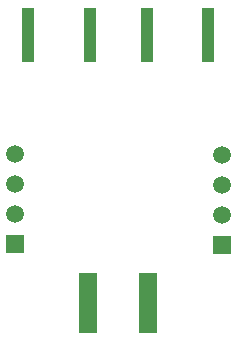
<source format=gbr>
%TF.GenerationSoftware,KiCad,Pcbnew,(5.1.6-rc1-6-g4e217d402)-1*%
%TF.CreationDate,2020-05-13T11:44:56-04:00*%
%TF.ProjectId,RF_Switch,52465f53-7769-4746-9368-2e6b69636164,rev?*%
%TF.SameCoordinates,Original*%
%TF.FileFunction,Paste,Bot*%
%TF.FilePolarity,Positive*%
%FSLAX46Y46*%
G04 Gerber Fmt 4.6, Leading zero omitted, Abs format (unit mm)*
G04 Created by KiCad (PCBNEW (5.1.6-rc1-6-g4e217d402)-1) date 2020-05-13 11:44:56*
%MOMM*%
%LPD*%
G01*
G04 APERTURE LIST*
%ADD10R,1.500000X5.080000*%
%ADD11R,1.000000X4.560000*%
%ADD12R,1.500000X1.500000*%
%ADD13C,1.500000*%
G04 APERTURE END LIST*
D10*
%TO.C,J3*%
X162460000Y-85000000D03*
X167540000Y-85000000D03*
%TD*%
D11*
%TO.C,J4*%
X172620000Y-62300000D03*
X167380000Y-62300000D03*
%TD*%
%TO.C,J1*%
X162620000Y-62300000D03*
X157380000Y-62300000D03*
%TD*%
D12*
%TO.C,J5*%
X173800000Y-80080000D03*
D13*
X173800000Y-77540000D03*
X173800000Y-75000000D03*
X173800000Y-72460000D03*
%TD*%
D12*
%TO.C,J2*%
X156200000Y-80000000D03*
D13*
X156200000Y-77460000D03*
X156200000Y-74920000D03*
X156200000Y-72380000D03*
%TD*%
M02*

</source>
